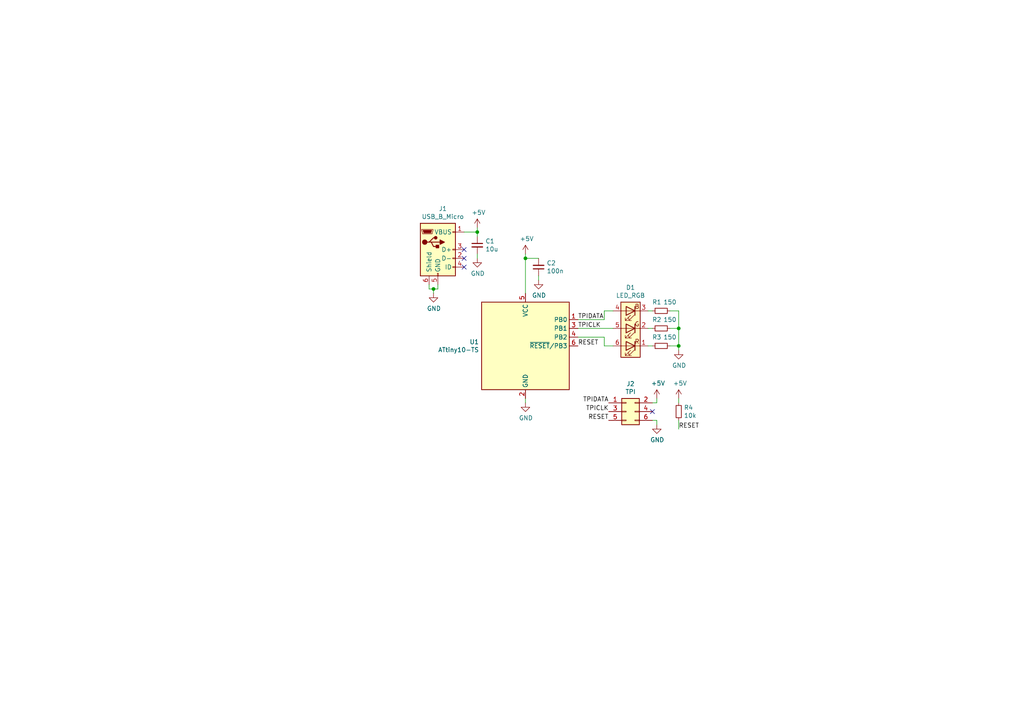
<source format=kicad_sch>
(kicad_sch (version 20231120) (generator "eeschema") (generator_version "8.0")
  (paper "A4")
  (lib_symbols
    (symbol "Connector:USB_B_Micro" (pin_names (offset 1.016))
      (property "Reference" "J" (at -5.08 11.43 0))
      (property "Value" "USB_B_Micro" (at -5.08 8.89 0))
      (symbol "USB_B_Micro_0_1"
        (rectangle (start -5.08 -7.62) (end 5.08 7.62) (stroke (width 0.254)) (fill (type background)))
        (circle (center -3.81 2.159) (radius 0.635) (stroke (width 0.254)) (fill (type outline)))
        (circle (center -0.635 3.429) (radius 0.381) (stroke (width 0.254)) (fill (type outline)))
        (rectangle (start -0.127 -7.62) (end 0.127 -6.858))
        (polyline (pts (xy -1.905 2.159) (xy 0.635 2.159)) (stroke (width 0.254)))
        (polyline (pts (xy -3.175 2.159) (xy -2.54 2.159) (xy -1.27 3.429) (xy -0.635 3.429)) (stroke (width 0.254)))
        (polyline (pts (xy -2.54 2.159) (xy -1.905 2.159) (xy -1.27 0.889) (xy 0 0.889)) (stroke (width 0.254)))
        (polyline (pts (xy 0.635 2.794) (xy 0.635 1.524) (xy 1.905 2.159) (xy 0.635 2.794)) (stroke (width 0.254)) (fill (type outline)))
        (polyline (pts (xy -4.318 5.588) (xy -1.778 5.588) (xy -2.032 4.826) (xy -4.064 4.826) (xy -4.318 5.588)) (fill (type outline)))
        (polyline (pts (xy -4.699 5.842) (xy -4.699 5.588) (xy -4.445 4.826) (xy -4.445 4.572) (xy -1.651 4.572) (xy -1.651 4.826) (xy -1.397 5.588) (xy -1.397 5.842) (xy -4.699 5.842)))
        (rectangle (start 0.254 1.27) (end -0.508 0.508) (stroke (width 0.254)) (fill (type outline)))
        (rectangle (start 5.08 -5.207) (end 4.318 -4.953))
        (rectangle (start 5.08 -2.667) (end 4.318 -2.413))
        (rectangle (start 5.08 -0.127) (end 4.318 0.127))
        (rectangle (start 5.08 4.953) (end 4.318 5.207))
      )
      (symbol "USB_B_Micro_1_1"
        (pin power_out line (at 7.62 5.08 180) (length 2.54) (name "VBUS") (number "1"))
        (pin bidirectional line (at 7.62 -2.54 180) (length 2.54) (name "D-") (number "2"))
        (pin bidirectional line (at 7.62 0 180) (length 2.54) (name "D+") (number "3"))
        (pin passive line (at 7.62 -5.08 180) (length 2.54) (name "ID") (number "4"))
        (pin power_out line (at 0 -10.16 90) (length 2.54) (name "GND") (number "5"))
        (pin passive line (at -2.54 -10.16 90) (length 2.54) (name "Shield") (number "6"))
      )
    )
    (symbol "Connector_Generic:Conn_02x03_Odd_Even" (pin_names (offset 1.016) hide)
      (property "Reference" "J" (at 1.27 5.08 0))
      (property "Value" "Conn_02x03_Odd_Even" (at 1.27 -5.08 0))
      (symbol "Conn_02x03_Odd_Even_1_1"
        (rectangle (start -1.27 -2.413) (end 0 -2.667) (stroke (width 0.1524)))
        (rectangle (start -1.27 0.127) (end 0 -0.127) (stroke (width 0.1524)))
        (rectangle (start -1.27 2.667) (end 0 2.413) (stroke (width 0.1524)))
        (rectangle (start -1.27 3.81) (end 3.81 -3.81) (stroke (width 0.254)) (fill (type background)))
        (rectangle (start 3.81 -2.413) (end 2.54 -2.667) (stroke (width 0.1524)))
        (rectangle (start 3.81 0.127) (end 2.54 -0.127) (stroke (width 0.1524)))
        (rectangle (start 3.81 2.667) (end 2.54 2.413) (stroke (width 0.1524)))
        (pin passive line (at -5.08 2.54 0) (length 3.81) (name "Pin_1") (number "1"))
        (pin passive line (at 7.62 2.54 180) (length 3.81) (name "Pin_2") (number "2"))
        (pin passive line (at -5.08 0 0) (length 3.81) (name "Pin_3") (number "3"))
        (pin passive line (at 7.62 0 180) (length 3.81) (name "Pin_4") (number "4"))
        (pin passive line (at -5.08 -2.54 0) (length 3.81) (name "Pin_5") (number "5"))
        (pin passive line (at 7.62 -2.54 180) (length 3.81) (name "Pin_6") (number "6"))
      )
    )
    (symbol "Device:C_Small" (pin_numbers hide) (pin_names (offset 0.254) hide)
      (property "Reference" "C" (at 0.254 1.778 0))
      (property "Value" "C_Small" (at 0.254 -2.032 0))
      (symbol "C_Small_0_1"
        (polyline (pts (xy -1.524 -0.508) (xy 1.524 -0.508)) (stroke (width 0.3302)))
        (polyline (pts (xy -1.524 0.508) (xy 1.524 0.508)) (stroke (width 0.3048)))
      )
      (symbol "C_Small_1_1"
        (pin passive line (at 0 2.54 270) (length 2.032) (name "~") (number "1"))
        (pin passive line (at 0 -2.54 90) (length 2.032) (name "~") (number "2"))
      )
    )
    (symbol "Device:LED_RGB" (pin_names (offset 0) hide)
      (property "Reference" "D" (at 0 9.398 0))
      (property "Value" "LED_RGB" (at 0 -8.89 0))
      (symbol "LED_RGB_0_0"
        (text "B" (at -1.905 -6.35 0) (effects (font (size 1.27 1.27))))
        (text "G" (at -1.905 -1.27 0) (effects (font (size 1.27 1.27))))
        (text "R" (at -1.905 3.81 0) (effects (font (size 1.27 1.27))))
      )
      (symbol "LED_RGB_0_1"
        (polyline (pts (xy -1.27 -5.08) (xy -2.54 -5.08)))
        (polyline (pts (xy -1.27 -5.08) (xy 1.27 -5.08)))
        (polyline (pts (xy -1.27 -3.81) (xy -1.27 -6.35)) (stroke (width 0.254)))
        (polyline (pts (xy -1.27 0) (xy -2.54 0)))
        (polyline (pts (xy -1.27 1.27) (xy -1.27 -1.27)) (stroke (width 0.254)))
        (polyline (pts (xy -1.27 5.08) (xy -2.54 5.08)))
        (polyline (pts (xy -1.27 5.08) (xy 1.27 5.08)))
        (polyline (pts (xy -1.27 6.35) (xy -1.27 3.81)) (stroke (width 0.254)))
        (polyline (pts (xy 1.27 -5.08) (xy 2.54 -5.08)))
        (polyline (pts (xy 1.27 0) (xy -1.27 0)))
        (polyline (pts (xy 1.27 0) (xy 2.54 0)))
        (polyline (pts (xy 1.27 5.08) (xy 2.54 5.08)))
        (polyline (pts (xy -1.27 1.27) (xy -1.27 -1.27) (xy -1.27 -1.27)))
        (polyline (pts (xy -1.27 6.35) (xy -1.27 3.81) (xy -1.27 3.81)))
        (polyline (pts (xy 1.27 -3.81) (xy 1.27 -6.35) (xy -1.27 -5.08) (xy 1.27 -3.81)) (stroke (width 0.254)))
        (polyline (pts (xy 1.27 1.27) (xy 1.27 -1.27) (xy -1.27 0) (xy 1.27 1.27)) (stroke (width 0.254)))
        (polyline (pts (xy 1.27 6.35) (xy 1.27 3.81) (xy -1.27 5.08) (xy 1.27 6.35)) (stroke (width 0.254)))
        (polyline (pts (xy -1.016 -3.81) (xy 0.508 -2.286) (xy -0.254 -2.286) (xy 0.508 -2.286) (xy 0.508 -3.048)))
        (polyline (pts (xy -1.016 1.27) (xy 0.508 2.794) (xy -0.254 2.794) (xy 0.508 2.794) (xy 0.508 2.032)))
        (polyline (pts (xy -1.016 6.35) (xy 0.508 7.874) (xy -0.254 7.874) (xy 0.508 7.874) (xy 0.508 7.112)))
        (polyline (pts (xy 0 -3.81) (xy 1.524 -2.286) (xy 0.762 -2.286) (xy 1.524 -2.286) (xy 1.524 -3.048)))
        (polyline (pts (xy 0 1.27) (xy 1.524 2.794) (xy 0.762 2.794) (xy 1.524 2.794) (xy 1.524 2.032)))
        (polyline (pts (xy 0 6.35) (xy 1.524 7.874) (xy 0.762 7.874) (xy 1.524 7.874) (xy 1.524 7.112)))
        (rectangle (start 1.27 -1.27) (end 1.27 1.27))
        (rectangle (start 1.27 1.27) (end 1.27 1.27))
        (rectangle (start 1.27 3.81) (end 1.27 6.35))
        (rectangle (start 1.27 6.35) (end 1.27 6.35))
        (rectangle (start 2.794 8.382) (end -2.794 -7.62) (stroke (width 0.254)) (fill (type background)))
      )
      (symbol "LED_RGB_1_1"
        (pin passive line (at -5.08 5.08 0) (length 2.54) (name "RK") (number "1"))
        (pin passive line (at -5.08 0 0) (length 2.54) (name "GK") (number "2"))
        (pin passive line (at -5.08 -5.08 0) (length 2.54) (name "BK") (number "3"))
        (pin passive line (at 5.08 -5.08 180) (length 2.54) (name "BA") (number "4"))
        (pin passive line (at 5.08 0 180) (length 2.54) (name "GA") (number "5"))
        (pin passive line (at 5.08 5.08 180) (length 2.54) (name "RA") (number "6"))
      )
    )
    (symbol "Device:R_Small" (pin_numbers hide) (pin_names (offset 0.254) hide)
      (property "Reference" "R" (at 0.762 0.508 0))
      (property "Value" "R_Small" (at 0.762 -1.016 0))
      (symbol "R_Small_0_1"
        (rectangle (start -0.762 1.778) (end 0.762 -1.778) (stroke (width 0.2032)))
      )
      (symbol "R_Small_1_1"
        (pin passive line (at 0 2.54 270) (length 0.762) (name "~") (number "1"))
        (pin passive line (at 0 -2.54 90) (length 0.762) (name "~") (number "2"))
      )
    )
    (symbol "MCU_Microchip_ATtiny:ATtiny10-TS"
      (property "Reference" "U" (at -12.7 13.97 0))
      (property "Value" "ATtiny10-TS" (at 2.54 -13.97 0))
      (symbol "ATtiny10-TS_0_1"
        (rectangle (start -12.7 -12.7) (end 12.7 12.7) (stroke (width 0.254)) (fill (type background)))
      )
      (symbol "ATtiny10-TS_1_1"
        (pin bidirectional line (at 15.24 7.62 180) (length 2.54) (name "PB0") (number "1"))
        (pin power_in line (at 0 -15.24 90) (length 2.54) (name "GND") (number "2"))
        (pin bidirectional line (at 15.24 5.08 180) (length 2.54) (name "PB1") (number "3"))
        (pin bidirectional line (at 15.24 2.54 180) (length 2.54) (name "PB2") (number "4"))
        (pin power_in line (at 0 15.24 270) (length 2.54) (name "VCC") (number "5"))
        (pin bidirectional line (at 15.24 0 180) (length 2.54) (name "~{RESET}/PB3") (number "6"))
      )
    )
    (symbol "power:+5V" (power) (pin_names (offset 0))
      (property "Value" "+5V" (at 0 3.556 0))
      (symbol "+5V_0_1"
        (polyline (pts (xy -0.762 1.27) (xy 0 2.54)))
        (polyline (pts (xy 0 0) (xy 0 2.54)))
        (polyline (pts (xy 0 2.54) (xy 0.762 1.27)))
      )
      (symbol "+5V_1_1"
        (pin power_in line (at 0 0 90) (length 0) hide (name "+5V") (number "1"))
      )
    )
    (symbol "power:GND" (power) (pin_names (offset 0))
      (property "Value" "GND" (at 0 -3.81 0))
      (symbol "GND_0_1"
        (polyline (pts (xy 0 0) (xy 0 -1.27) (xy 1.27 -1.27) (xy 0 -2.54) (xy -1.27 -1.27) (xy 0 -1.27)))
      )
      (symbol "GND_1_1"
        (pin power_in line (at 0 0 270) (length 0) hide (name "GND") (number "1"))
      )
    )
  )
  (junction (at 125.73 83.82))
  (junction (at 152.4 74.93))
  (junction (at 196.85 100.33))
  (junction (at 196.85 95.25))
  (junction (at 138.43 67.31))
  (no_connect (at 134.62 77.47))
  (no_connect (at 134.62 74.93))
  (no_connect (at 134.62 72.39))
  (no_connect (at 189.23 119.38))
  (wire (pts (xy 167.64 97.79) (xy 175.26 97.79)))
  (wire (pts (xy 134.62 67.31) (xy 138.43 67.31)))
  (wire (pts (xy 196.85 100.33) (xy 196.85 101.6)))
  (wire (pts (xy 175.26 97.79) (xy 175.26 100.33)))
  (wire (pts (xy 187.96 90.17) (xy 189.23 90.17)))
  (wire (pts (xy 125.73 83.82) (xy 127 83.82)))
  (wire (pts (xy 194.31 100.33) (xy 196.85 100.33)))
  (wire (pts (xy 190.5 121.92) (xy 190.5 123.19)))
  (wire (pts (xy 189.23 116.84) (xy 190.5 116.84)))
  (wire (pts (xy 194.31 90.17) (xy 196.85 90.17)))
  (wire (pts (xy 196.85 95.25) (xy 196.85 100.33)))
  (wire (pts (xy 124.46 82.55) (xy 124.46 83.82)))
  (wire (pts (xy 152.4 73.66) (xy 152.4 74.93)))
  (wire (pts (xy 189.23 121.92) (xy 190.5 121.92)))
  (wire (pts (xy 196.85 121.92) (xy 196.85 124.46)))
  (wire (pts (xy 196.85 90.17) (xy 196.85 95.25)))
  (wire (pts (xy 190.5 116.84) (xy 190.5 115.57)))
  (wire (pts (xy 152.4 115.57) (xy 152.4 116.84)))
  (wire (pts (xy 167.64 92.71) (xy 175.26 92.71)))
  (wire (pts (xy 175.26 90.17) (xy 177.8 90.17)))
  (wire (pts (xy 196.85 115.57) (xy 196.85 116.84)))
  (wire (pts (xy 127 83.82) (xy 127 82.55)))
  (wire (pts (xy 152.4 74.93) (xy 152.4 85.09)))
  (wire (pts (xy 194.31 95.25) (xy 196.85 95.25)))
  (wire (pts (xy 175.26 92.71) (xy 175.26 90.17)))
  (wire (pts (xy 187.96 100.33) (xy 189.23 100.33)))
  (wire (pts (xy 138.43 66.04) (xy 138.43 67.31)))
  (wire (pts (xy 124.46 83.82) (xy 125.73 83.82)))
  (wire (pts (xy 156.21 81.28) (xy 156.21 80.01)))
  (wire (pts (xy 167.64 95.25) (xy 177.8 95.25)))
  (wire (pts (xy 175.26 100.33) (xy 177.8 100.33)))
  (wire (pts (xy 138.43 74.93) (xy 138.43 73.66)))
  (wire (pts (xy 138.43 67.31) (xy 138.43 68.58)))
  (wire (pts (xy 187.96 95.25) (xy 189.23 95.25)))
  (wire (pts (xy 156.21 74.93) (xy 152.4 74.93)))
  (wire (pts (xy 125.73 85.09) (xy 125.73 83.82)))
  (label "TPICLK" (at 167.64 95.25 0))
  (label "TPIDATA" (at 176.53 116.84 180))
  (label "TPICLK" (at 176.53 119.38 180))
  (label "RESET" (at 196.85 124.46 0))
  (label "TPIDATA" (at 167.64 92.71 0))
  (label "RESET" (at 167.64 100.33 0))
  (label "RESET" (at 176.53 121.92 180))
  (symbol (lib_id "Connector:USB_B_Micro") (at 127 72.39 0) (unit 1)
    (property "Reference" "J1" (at 128.4478 60.5282 0))
    (property "Value" "USB_B_Micro" (at 128.4478 62.8396 0))
    (property "Footprint" "Connector_USB:USB_Micro-B_Amphenol_10103594-0001LF_Horizontal" (effects (hide yes)))
  )
  (symbol (lib_id "Device:C_Small") (at 138.43 71.12 0) (unit 1)
    (property "Reference" "C1" (at 140.7668 69.9516 0) (effects (justify left)))
    (property "Value" "10u" (at 140.7668 72.263 0) (effects (justify left)))
    (property "Footprint" "Capacitor_SMD:C_0805_2012Metric" (effects (hide yes)))
  )
  (symbol (lib_id "power:+5V") (at 138.43 66.04 0) (unit 1)
    (property "Reference" "#PWR02" (effects (hide yes)))
    (property "Value" "+5V" (at 138.811 61.6458 0))
  )
  (symbol (lib_id "power:GND") (at 125.73 85.09 0) (unit 1)
    (property "Reference" "#PWR01" (effects (hide yes)))
    (property "Value" "GND" (at 125.857 89.4842 0))
  )
  (symbol (lib_id "power:GND") (at 138.43 74.93 0) (unit 1)
    (property "Reference" "#PWR03" (effects (hide yes)))
    (property "Value" "GND" (at 138.557 79.3242 0))
  )
  (symbol (lib_id "MCU_Microchip_ATtiny:ATtiny10-TS") (at 152.4 100.33 0) (unit 1)
    (property "Reference" "U1" (at 138.938 99.1616 0) (effects (justify right)))
    (property "Value" "ATtiny10-TS" (at 138.938 101.473 0) (effects (justify right)))
    (property "Footprint" "Package_TO_SOT_SMD:SOT-23-6" (effects (hide yes)))
    (property "Datasheet" "http://ww1.microchip.com/downloads/en/DeviceDoc/Atmel-8127-AVR-8-bit-Microcontroller-ATtiny4-ATtiny5-ATtiny9-ATtiny10_Datasheet.pdf" (effects (hide yes)))
  )
  (symbol (lib_id "Device:C_Small") (at 156.21 77.47 180) (unit 1)
    (property "Reference" "C2" (at 158.5468 76.3016 0) (effects (justify right)))
    (property "Value" "100n" (at 158.5468 78.613 0) (effects (justify right)))
    (property "Footprint" "Capacitor_SMD:C_0603_1608Metric" (effects (hide yes)))
  )
  (symbol (lib_id "power:+5V") (at 152.4 73.66 0) (unit 1)
    (property "Reference" "#PWR04" (effects (hide yes)))
    (property "Value" "+5V" (at 152.781 69.2658 0))
  )
  (symbol (lib_id "power:GND") (at 156.21 81.28 0) (unit 1)
    (property "Reference" "#PWR06" (effects (hide yes)))
    (property "Value" "GND" (at 156.337 85.6742 0))
  )
  (symbol (lib_id "power:GND") (at 152.4 116.84 0) (unit 1)
    (property "Reference" "#PWR05" (effects (hide yes)))
    (property "Value" "GND" (at 152.527 121.2342 0))
  )
  (symbol (lib_id "Connector_Generic:Conn_02x03_Odd_Even") (at 181.61 119.38 0) (unit 1)
    (property "Reference" "J2" (at 182.88 111.3282 0))
    (property "Value" "TPI" (at 182.88 113.6396 0))
    (property "Footprint" "Connector_PinHeader_2.54mm:PinHeader_2x03_P2.54mm_Vertical" (effects (hide yes)))
  )
  (symbol (lib_id "power:+5V") (at 190.5 115.57 0) (unit 1)
    (property "Reference" "#PWR07" (effects (hide yes)))
    (property "Value" "+5V" (at 190.881 111.1758 0))
  )
  (symbol (lib_id "power:GND") (at 190.5 123.19 0) (unit 1)
    (property "Reference" "#PWR08" (effects (hide yes)))
    (property "Value" "GND" (at 190.627 127.5842 0))
  )
  (symbol (lib_id "Device:R_Small") (at 196.85 119.38 0) (unit 1)
    (property "Reference" "R4" (at 198.3486 118.2116 0) (effects (justify left)))
    (property "Value" "10k" (at 198.3486 120.523 0) (effects (justify left)))
    (property "Footprint" "Resistor_SMD:R_0603_1608Metric" (effects (hide yes)))
  )
  (symbol (lib_id "power:+5V") (at 196.85 115.57 0) (unit 1)
    (property "Reference" "#PWR010" (effects (hide yes)))
    (property "Value" "+5V" (at 197.231 111.1758 0))
  )
  (symbol (lib_id "Device:LED_RGB") (at 182.88 95.25 180) (unit 1)
    (property "Reference" "D1" (at 182.88 83.3882 0))
    (property "Value" "LED_RGB" (at 182.88 85.6996 0))
    (property "Footprint" "LED_SMD:LED_RGB_5050-6" (effects (hide yes)))
  )
  (symbol (lib_id "Device:R_Small") (at 191.77 90.17 270) (unit 1)
    (property "Reference" "R1" (at 190.5 87.63 90))
    (property "Value" "150" (at 194.31 87.63 90))
    (property "Footprint" "Resistor_SMD:R_0603_1608Metric" (effects (hide yes)))
  )
  (symbol (lib_id "Device:R_Small") (at 191.77 95.25 270) (unit 1)
    (property "Reference" "R2" (at 190.5 92.71 90))
    (property "Value" "150" (at 194.31 92.71 90))
    (property "Footprint" "Resistor_SMD:R_0603_1608Metric" (effects (hide yes)))
  )
  (symbol (lib_id "Device:R_Small") (at 191.77 100.33 270) (unit 1)
    (property "Reference" "R3" (at 190.5 97.79 90))
    (property "Value" "150" (at 194.31 97.79 90))
    (property "Footprint" "Resistor_SMD:R_0603_1608Metric" (effects (hide yes)))
  )
  (symbol (lib_id "power:GND") (at 196.85 101.6 0) (unit 1)
    (property "Reference" "#PWR09" (effects (hide yes)))
    (property "Value" "GND" (at 196.977 105.9942 0))
  )
)
</source>
